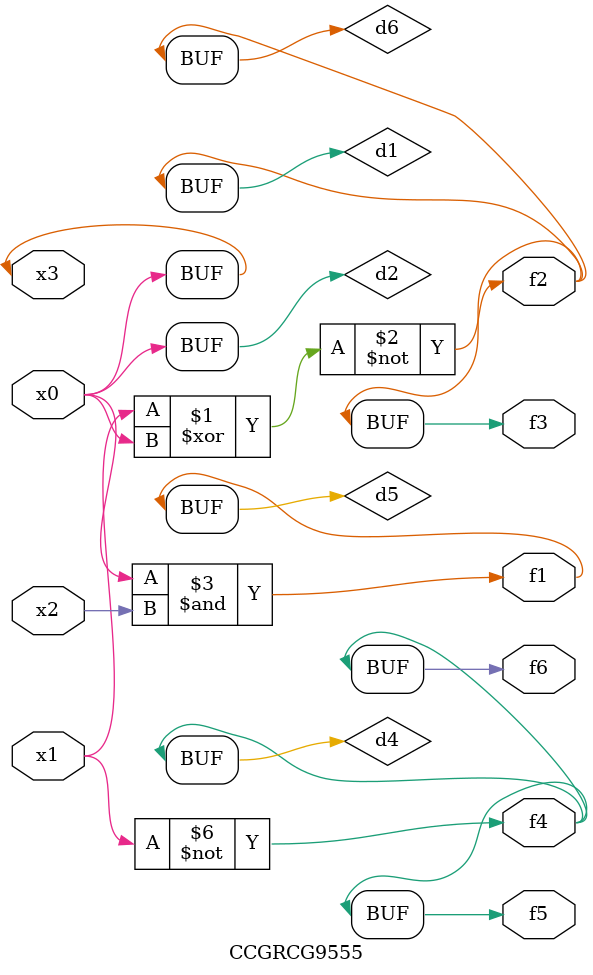
<source format=v>
module CCGRCG9555(
	input x0, x1, x2, x3,
	output f1, f2, f3, f4, f5, f6
);

	wire d1, d2, d3, d4, d5, d6;

	xnor (d1, x1, x3);
	buf (d2, x0, x3);
	nand (d3, x0, x2);
	not (d4, x1);
	nand (d5, d3);
	or (d6, d1);
	assign f1 = d5;
	assign f2 = d6;
	assign f3 = d6;
	assign f4 = d4;
	assign f5 = d4;
	assign f6 = d4;
endmodule

</source>
